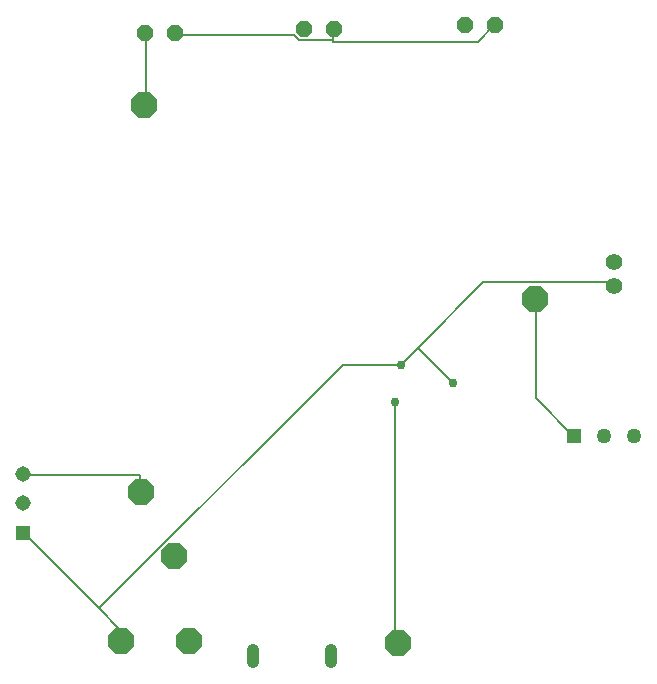
<source format=gbr>
G04 EAGLE Gerber RS-274X export*
G75*
%MOMM*%
%FSLAX34Y34*%
%LPD*%
%INBottom Copper*%
%IPPOS*%
%AMOC8*
5,1,8,0,0,1.08239X$1,22.5*%
G01*
G04 Define Apertures*
%ADD10C,1.422400*%
%ADD11C,1.008000*%
%ADD12P,1.42962X8X202.5*%
%ADD13R,1.268000X1.268000*%
%ADD14C,1.268000*%
%ADD15R,1.308000X1.308000*%
%ADD16C,1.308000*%
%ADD17P,2.33688X8X22.5*%
%ADD18C,0.152400*%
%ADD19C,0.756400*%
%ADD20C,0.203200*%
D10*
X533440Y353310D03*
X533440Y333310D03*
D11*
X227235Y25280D02*
X227235Y15200D01*
X293235Y15200D02*
X293235Y25280D01*
D12*
X295960Y551340D03*
X270560Y551340D03*
X161310Y547651D03*
X135910Y547651D03*
X432430Y554710D03*
X407030Y554710D03*
D13*
X499190Y205980D03*
D14*
X524590Y205980D03*
X549990Y205980D03*
D15*
X32960Y124420D03*
D16*
X32960Y149420D03*
X32960Y174420D03*
D17*
X173140Y32460D03*
X115440Y32460D03*
X160810Y104560D03*
X132476Y159310D03*
X349910Y30680D03*
X466000Y322080D03*
X135050Y486338D03*
D18*
X131763Y173038D02*
X33338Y173038D01*
X131763Y173038D02*
X131763Y160338D01*
X33338Y173038D02*
X32960Y174420D01*
X131763Y160338D02*
X132476Y159310D01*
X96838Y60325D02*
X114300Y42863D01*
X96838Y60325D02*
X33338Y123825D01*
X114300Y42863D02*
X114300Y33338D01*
X33338Y123825D02*
X32960Y124420D01*
X114300Y33338D02*
X115440Y32460D01*
X366713Y280988D02*
X422275Y336550D01*
X366713Y280988D02*
X352425Y266700D01*
X422275Y336550D02*
X533400Y336550D01*
X533400Y333375D01*
X533440Y333310D01*
X396875Y250825D02*
X366713Y280988D01*
X303213Y266700D02*
X96838Y60325D01*
X303213Y266700D02*
X352425Y266700D01*
D19*
X352425Y266700D03*
X396875Y250825D03*
D20*
X261938Y546100D02*
X161925Y546100D01*
X261938Y546100D02*
X266700Y541338D01*
X295275Y541338D01*
X295275Y550863D01*
X161925Y546100D02*
X161310Y547651D01*
X295275Y550863D02*
X295960Y551340D01*
X417513Y539750D02*
X431800Y554038D01*
X417513Y539750D02*
X295275Y539750D01*
X295275Y541338D01*
X431800Y554038D02*
X432430Y554710D01*
X347663Y33338D02*
X349250Y31750D01*
X347663Y33338D02*
X347663Y234950D01*
X349250Y31750D02*
X349910Y30680D01*
D19*
X347663Y234950D03*
D20*
X466725Y238125D02*
X498475Y206375D01*
X466725Y238125D02*
X466725Y320675D01*
X498475Y206375D02*
X499190Y205980D01*
X466725Y320675D02*
X466000Y322080D01*
X136525Y487363D02*
X136525Y546100D01*
X135910Y547651D01*
X136525Y487363D02*
X135050Y486338D01*
M02*

</source>
